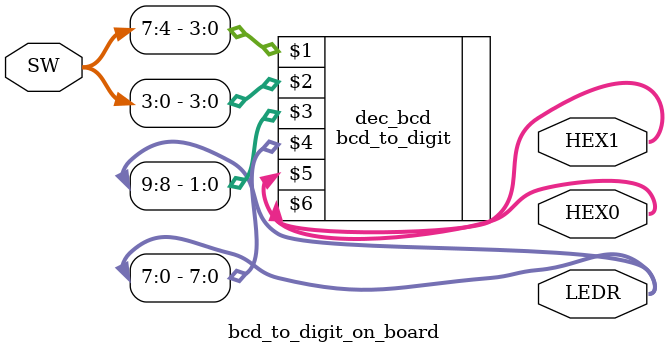
<source format=v>
module bcd_to_digit_on_board(input [7:0] SW,
										output [0:6] HEX1, HEX0,
										output [9:0] LEDR);
										
	bcd_to_digit dec_bcd(SW[7:4], SW[3:0], LEDR[9:8], LEDR[7:0], HEX1[0:6], HEX0[0:6]);
	
endmodule

</source>
